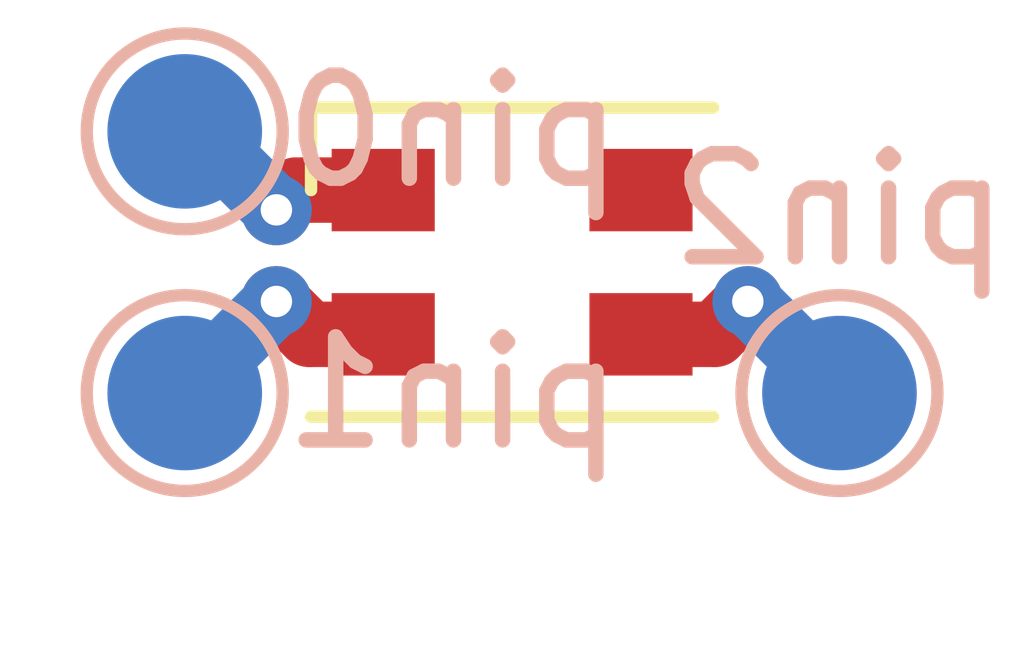
<source format=kicad_pcb>
(kicad_pcb (version 20171130) (host pcbnew "(5.1.9-0-10_14)")

  (general
    (thickness 1.6)
    (drawings 3)
    (tracks 13)
    (zones 0)
    (modules 4)
    (nets 5)
  )

  (page A4)
  (layers
    (0 F.Cu signal)
    (31 B.Cu signal)
    (32 B.Adhes user)
    (33 F.Adhes user)
    (34 B.Paste user)
    (35 F.Paste user)
    (36 B.SilkS user)
    (37 F.SilkS user)
    (38 B.Mask user)
    (39 F.Mask user)
    (40 Dwgs.User user)
    (41 Cmts.User user)
    (42 Eco1.User user)
    (43 Eco2.User user)
    (44 Edge.Cuts user)
    (45 Margin user)
    (46 B.CrtYd user hide)
    (47 F.CrtYd user hide)
    (48 B.Fab user hide)
    (49 F.Fab user hide)
  )

  (setup
    (last_trace_width 0.1524)
    (user_trace_width 0.1524)
    (user_trace_width 0.254)
    (user_trace_width 0.4064)
    (user_trace_width 0.635)
    (trace_clearance 0.1524)
    (zone_clearance 0.508)
    (zone_45_only no)
    (trace_min 0.1524)
    (via_size 0.6858)
    (via_drill 0.3048)
    (via_min_size 0.6858)
    (via_min_drill 0.3048)
    (uvia_size 0.3048)
    (uvia_drill 0.1524)
    (uvias_allowed no)
    (uvia_min_size 0.2)
    (uvia_min_drill 0.1)
    (edge_width 0.15)
    (segment_width 0.15)
    (pcb_text_width 0.3)
    (pcb_text_size 1.5 1.5)
    (mod_edge_width 0.15)
    (mod_text_size 1 1)
    (mod_text_width 0.15)
    (pad_size 1.8 1.8)
    (pad_drill 0.9)
    (pad_to_mask_clearance 0.2)
    (aux_axis_origin 0 0)
    (visible_elements FFFFFF7F)
    (pcbplotparams
      (layerselection 0x010fc_ffffffff)
      (usegerberextensions false)
      (usegerberattributes false)
      (usegerberadvancedattributes false)
      (creategerberjobfile false)
      (excludeedgelayer true)
      (linewidth 0.100000)
      (plotframeref false)
      (viasonmask false)
      (mode 1)
      (useauxorigin false)
      (hpglpennumber 1)
      (hpglpenspeed 20)
      (hpglpendiameter 15.000000)
      (psnegative false)
      (psa4output false)
      (plotreference true)
      (plotvalue true)
      (plotinvisibletext false)
      (padsonsilk false)
      (subtractmaskfromsilk false)
      (outputformat 1)
      (mirror false)
      (drillshape 1)
      (scaleselection 1)
      (outputdirectory ""))
  )

  (net 0 "")
  (net 1 +3V3)
  (net 2 "Net-(Pin0-Pad1)")
  (net 3 "Net-(Pin1-Pad1)")
  (net 4 "Net-(Pin2-Pad1)")

  (net_class Default "This is the default net class."
    (clearance 0.1524)
    (trace_width 0.1524)
    (via_dia 0.6858)
    (via_drill 0.3048)
    (uvia_dia 0.3048)
    (uvia_drill 0.1524)
    (diff_pair_width 0.1524)
    (diff_pair_gap 0.1524)
    (add_net +3V3)
    (add_net "Net-(Pin0-Pad1)")
    (add_net "Net-(Pin1-Pad1)")
    (add_net "Net-(Pin2-Pad1)")
  )

  (module TestPoint:TestPoint_Pad_D1.5mm (layer B.Cu) (tedit 5A0F774F) (tstamp 60B93C0D)
    (at -3.175 -1.27)
    (descr "SMD pad as test Point, diameter 1.5mm")
    (tags "test point SMD pad")
    (path /60B93D2A)
    (attr virtual)
    (fp_text reference Pin0 (at 0 1.648) (layer B.SilkS) hide
      (effects (font (size 1 1) (thickness 0.15)) (justify mirror))
    )
    (fp_text value TestPoint (at 0 -1.75) (layer B.Fab)
      (effects (font (size 1 1) (thickness 0.15)) (justify mirror))
    )
    (fp_circle (center 0 0) (end 1.25 0) (layer B.CrtYd) (width 0.05))
    (fp_circle (center 0 0) (end 0 -0.95) (layer B.SilkS) (width 0.12))
    (fp_text user %R (at 0 1.65) (layer B.Fab)
      (effects (font (size 1 1) (thickness 0.15)) (justify mirror))
    )
    (pad 1 smd circle (at 0 0) (size 1.5 1.5) (layers B.Cu B.Mask)
      (net 2 "Net-(Pin0-Pad1)"))
  )

  (module LED_SMD:LED_Cree-PLCC4_3.2x2.8mm_CCW locked (layer F.Cu) (tedit 59D415EA) (tstamp 60B96B86)
    (at 0 0)
    (descr "3.2mm x 2.8mm PLCC4 LED, http://www.cree.com/led-components/media/documents/CLV1AFKB(874).pdf")
    (tags "LED Cree PLCC-4")
    (path /60BBD1E1)
    (attr smd)
    (fp_text reference ZZ1 (at 0 -2.65) (layer F.SilkS) hide
      (effects (font (size 1 1) (thickness 0.15)))
    )
    (fp_text value LED_RGBA (at 0 2.65) (layer F.Fab)
      (effects (font (size 1 1) (thickness 0.15)))
    )
    (fp_circle (center 0 0) (end 1.12 0) (layer F.Fab) (width 0.1))
    (fp_line (start -2.2 -1.75) (end -2.2 1.75) (layer F.CrtYd) (width 0.05))
    (fp_line (start -2.2 1.75) (end 2.2 1.75) (layer F.CrtYd) (width 0.05))
    (fp_line (start 2.2 1.75) (end 2.2 -1.75) (layer F.CrtYd) (width 0.05))
    (fp_line (start 2.2 -1.75) (end -2.2 -1.75) (layer F.CrtYd) (width 0.05))
    (fp_line (start -0.6 -1.4) (end -1.6 -0.4) (layer F.Fab) (width 0.1))
    (fp_line (start -1.6 -1.4) (end -1.6 1.4) (layer F.Fab) (width 0.1))
    (fp_line (start -1.6 1.4) (end 1.6 1.4) (layer F.Fab) (width 0.1))
    (fp_line (start 1.6 1.4) (end 1.6 -1.4) (layer F.Fab) (width 0.1))
    (fp_line (start 1.6 -1.4) (end -1.6 -1.4) (layer F.Fab) (width 0.1))
    (fp_line (start -1.95 -0.7) (end -1.95 -1.5) (layer F.SilkS) (width 0.12))
    (fp_line (start -1.95 -1.5) (end 1.95 -1.5) (layer F.SilkS) (width 0.12))
    (fp_line (start -1.95 1.5) (end 1.95 1.5) (layer F.SilkS) (width 0.12))
    (fp_text user %R (at 0 0) (layer F.Fab)
      (effects (font (size 0.5 0.5) (thickness 0.075)))
    )
    (pad 1 smd rect (at -1.25 -0.7) (size 1 0.8) (layers F.Cu F.Paste F.Mask)
      (net 2 "Net-(Pin0-Pad1)"))
    (pad 4 smd rect (at 1.25 -0.7) (size 1 0.8) (layers F.Cu F.Paste F.Mask)
      (net 1 +3V3))
    (pad 3 smd rect (at 1.25 0.7) (size 1 0.8) (layers F.Cu F.Paste F.Mask)
      (net 4 "Net-(Pin2-Pad1)"))
    (pad 2 smd rect (at -1.25 0.7) (size 1 0.8) (layers F.Cu F.Paste F.Mask)
      (net 3 "Net-(Pin1-Pad1)"))
    (model ${KISYS3DMOD}/LED_SMD.3dshapes/LED_Cree-PLCC4_3.2x2.8mm_CCW.wrl
      (at (xyz 0 0 0))
      (scale (xyz 1 1 1))
      (rotate (xyz 0 0 0))
    )
  )

  (module TestPoint:TestPoint_Pad_D1.5mm (layer B.Cu) (tedit 5A0F774F) (tstamp 60B96B63)
    (at -3.175 1.27)
    (descr "SMD pad as test Point, diameter 1.5mm")
    (tags "test point SMD pad")
    (path /60BC16D9)
    (attr virtual)
    (fp_text reference Pin1 (at 0 1.648) (layer B.SilkS) hide
      (effects (font (size 1 1) (thickness 0.15)) (justify mirror))
    )
    (fp_text value TestPoint (at 0 -1.75) (layer B.Fab)
      (effects (font (size 1 1) (thickness 0.15)) (justify mirror))
    )
    (fp_circle (center 0 0) (end 1.25 0) (layer B.CrtYd) (width 0.05))
    (fp_circle (center 0 0) (end 0 -0.95) (layer B.SilkS) (width 0.12))
    (fp_text user %R (at 0 1.65) (layer B.Fab)
      (effects (font (size 1 1) (thickness 0.15)) (justify mirror))
    )
    (pad 1 smd circle (at 0 0) (size 1.5 1.5) (layers B.Cu B.Mask)
      (net 3 "Net-(Pin1-Pad1)"))
  )

  (module TestPoint:TestPoint_Pad_D1.5mm (layer B.Cu) (tedit 5A0F774F) (tstamp 60B96B4E)
    (at 3.175 1.27)
    (descr "SMD pad as test Point, diameter 1.5mm")
    (tags "test point SMD pad")
    (path /60BC1964)
    (attr virtual)
    (fp_text reference Pin2 (at 0 1.648) (layer B.SilkS) hide
      (effects (font (size 1 1) (thickness 0.15)) (justify mirror))
    )
    (fp_text value TestPoint (at 0 -1.75) (layer B.Fab)
      (effects (font (size 1 1) (thickness 0.15)) (justify mirror))
    )
    (fp_circle (center 0 0) (end 0 -0.95) (layer B.SilkS) (width 0.12))
    (fp_circle (center 0 0) (end 1.25 0) (layer B.CrtYd) (width 0.05))
    (fp_text user %R (at 0 1.65) (layer B.Fab)
      (effects (font (size 1 1) (thickness 0.15)) (justify mirror))
    )
    (pad 1 smd circle (at 0 0) (size 1.5 1.5) (layers B.Cu B.Mask)
      (net 4 "Net-(Pin2-Pad1)"))
  )

  (gr_text pin2 (at 3.175 -0.508) (layer B.SilkS) (tstamp 60B96C71)
    (effects (font (size 1 1) (thickness 0.15)) (justify mirror))
  )
  (gr_text pin1 (at -2.286 1.27) (layer B.SilkS) (tstamp 60B96C6E)
    (effects (font (size 1 1) (thickness 0.15)) (justify right mirror))
  )
  (gr_text pin0 (at -2.286 -1.27) (layer B.SilkS)
    (effects (font (size 1 1) (thickness 0.15)) (justify right mirror))
  )

  (segment (start -2.094 -0.7) (end -2.286 -0.508) (width 0.635) (layer F.Cu) (net 2))
  (segment (start -1.25 -0.7) (end -2.094 -0.7) (width 0.635) (layer F.Cu) (net 2))
  (via (at -2.286 -0.508) (size 0.6858) (drill 0.3048) (layers F.Cu B.Cu) (net 2))
  (segment (start -3.048 -1.27) (end -2.286 -0.508) (width 0.635) (layer B.Cu) (net 2))
  (segment (start -3.175 -1.27) (end -3.048 -1.27) (width 0.635) (layer B.Cu) (net 2))
  (via (at -2.286 0.381) (size 0.6858) (drill 0.3048) (layers F.Cu B.Cu) (net 3))
  (segment (start -2.286 0.381) (end -3.175 1.27) (width 0.635) (layer B.Cu) (net 3))
  (segment (start -1.967 0.7) (end -2.286 0.381) (width 0.635) (layer F.Cu) (net 3))
  (segment (start -1.25 0.7) (end -1.967 0.7) (width 0.635) (layer F.Cu) (net 3))
  (via (at 2.286 0.381) (size 0.6858) (drill 0.3048) (layers F.Cu B.Cu) (net 4))
  (segment (start 1.967 0.7) (end 2.286 0.381) (width 0.635) (layer F.Cu) (net 4))
  (segment (start 1.25 0.7) (end 1.967 0.7) (width 0.635) (layer F.Cu) (net 4))
  (segment (start 2.286 0.381) (end 3.175 1.27) (width 0.635) (layer B.Cu) (net 4))

)

</source>
